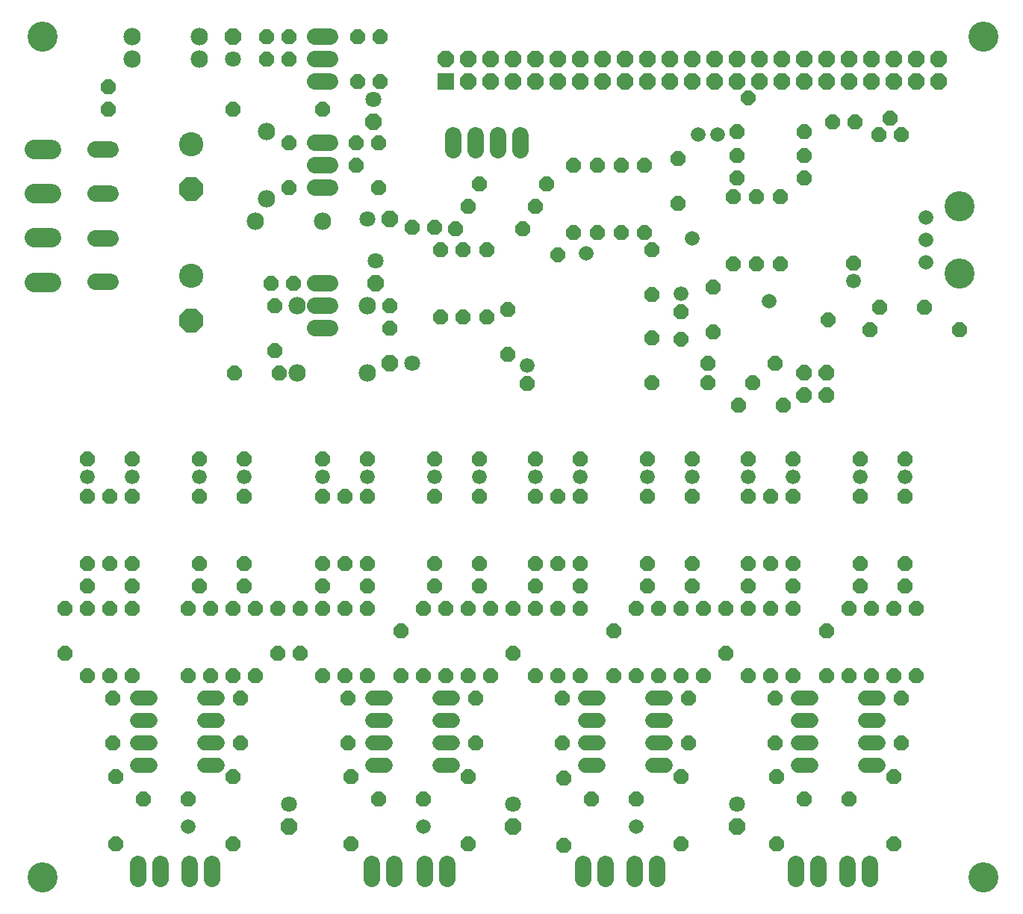
<source format=gbs>
G75*
%MOIN*%
%OFA0B0*%
%FSLAX25Y25*%
%IPPOS*%
%LPD*%
%AMOC8*
5,1,8,0,0,1.08239X$1,22.5*
%
%ADD10C,0.13398*%
%ADD11OC8,0.06600*%
%ADD12C,0.06600*%
%ADD13C,0.06600*%
%ADD14C,0.07400*%
%ADD15C,0.10800*%
%ADD16OC8,0.10800*%
%ADD17C,0.07731*%
%ADD18OC8,0.07100*%
%ADD19C,0.07100*%
%ADD20OC8,0.07000*%
%ADD21C,0.06550*%
%ADD22C,0.07337*%
%ADD23R,0.07400X0.07400*%
%ADD24OC8,0.07400*%
%ADD25C,0.08600*%
%ADD26OC8,0.06550*%
D10*
X0016000Y0027102D03*
X0016000Y0402102D03*
X0425375Y0326477D03*
X0425375Y0296477D03*
X0436000Y0402102D03*
X0436000Y0027102D03*
D11*
X0396000Y0042102D03*
X0376000Y0062102D03*
X0356000Y0062102D03*
X0343500Y0072102D03*
X0342875Y0087102D03*
X0342875Y0107102D03*
X0341000Y0117102D03*
X0351000Y0117102D03*
X0366000Y0117102D03*
X0376000Y0117102D03*
X0386000Y0117102D03*
X0396000Y0117102D03*
X0406000Y0117102D03*
X0399125Y0107102D03*
X0399125Y0087102D03*
X0396000Y0072102D03*
X0343500Y0042102D03*
X0301000Y0042102D03*
X0281000Y0062102D03*
X0301000Y0072102D03*
X0304125Y0087102D03*
X0304125Y0107102D03*
X0301000Y0117102D03*
X0291000Y0117102D03*
X0281000Y0117102D03*
X0271000Y0117102D03*
X0256000Y0117102D03*
X0246000Y0117102D03*
X0236000Y0117102D03*
X0247875Y0107102D03*
X0247875Y0087102D03*
X0248500Y0071477D03*
X0261000Y0062102D03*
X0248500Y0041477D03*
X0206000Y0042102D03*
X0186000Y0062102D03*
X0166000Y0062102D03*
X0153500Y0072102D03*
X0152250Y0087102D03*
X0152250Y0107102D03*
X0151000Y0117102D03*
X0141000Y0117102D03*
X0131000Y0127102D03*
X0121000Y0127102D03*
X0111000Y0117102D03*
X0104125Y0107102D03*
X0101000Y0117102D03*
X0091000Y0117102D03*
X0081000Y0117102D03*
X0056000Y0117102D03*
X0047250Y0107102D03*
X0046000Y0117102D03*
X0036000Y0117102D03*
X0026000Y0127102D03*
X0026000Y0147102D03*
X0036000Y0147102D03*
X0046000Y0147102D03*
X0036000Y0157102D03*
X0036000Y0167102D03*
X0046000Y0167102D03*
X0056000Y0167102D03*
X0056000Y0157102D03*
X0056000Y0147102D03*
X0081000Y0147102D03*
X0091000Y0147102D03*
X0101000Y0147102D03*
X0106000Y0157102D03*
X0106000Y0167102D03*
X0111000Y0147102D03*
X0121000Y0147102D03*
X0131000Y0147102D03*
X0141000Y0147102D03*
X0151000Y0147102D03*
X0161000Y0147102D03*
X0161000Y0157102D03*
X0161000Y0167102D03*
X0151000Y0167102D03*
X0141000Y0167102D03*
X0141000Y0157102D03*
X0176000Y0137102D03*
X0186000Y0147102D03*
X0196000Y0147102D03*
X0206000Y0147102D03*
X0216000Y0147102D03*
X0211000Y0157102D03*
X0211000Y0167102D03*
X0191000Y0167102D03*
X0191000Y0157102D03*
X0226000Y0147102D03*
X0236000Y0147102D03*
X0246000Y0147102D03*
X0256000Y0147102D03*
X0256000Y0157102D03*
X0256000Y0167102D03*
X0246000Y0167102D03*
X0236000Y0167102D03*
X0236000Y0157102D03*
X0226000Y0127102D03*
X0216000Y0117102D03*
X0206000Y0117102D03*
X0196000Y0117102D03*
X0186000Y0117102D03*
X0176000Y0117102D03*
X0161000Y0117102D03*
X0206000Y0072102D03*
X0209125Y0087102D03*
X0209125Y0107102D03*
X0271000Y0137102D03*
X0281000Y0147102D03*
X0291000Y0147102D03*
X0301000Y0147102D03*
X0311000Y0147102D03*
X0321000Y0147102D03*
X0331000Y0147102D03*
X0331000Y0157102D03*
X0331000Y0167102D03*
X0341000Y0167102D03*
X0351000Y0167102D03*
X0351000Y0157102D03*
X0351000Y0147102D03*
X0341000Y0147102D03*
X0366000Y0137102D03*
X0376000Y0147102D03*
X0386000Y0147102D03*
X0381000Y0157102D03*
X0381000Y0167102D03*
X0396000Y0147102D03*
X0406000Y0147102D03*
X0401000Y0157102D03*
X0401000Y0167102D03*
X0401000Y0197102D03*
X0401000Y0213602D03*
X0381000Y0213602D03*
X0381000Y0197102D03*
X0351000Y0197102D03*
X0341000Y0197102D03*
X0331000Y0197102D03*
X0331000Y0213602D03*
X0351000Y0213602D03*
X0346625Y0237727D03*
X0332875Y0247727D03*
X0326625Y0237727D03*
X0312875Y0247727D03*
X0312875Y0256477D03*
X0315375Y0270227D03*
X0301000Y0279352D03*
X0287875Y0287102D03*
X0287875Y0267727D03*
X0287875Y0247727D03*
X0286000Y0213602D03*
X0286000Y0197102D03*
X0306000Y0197102D03*
X0306000Y0213602D03*
X0342875Y0256477D03*
X0315375Y0290227D03*
X0324125Y0300852D03*
X0334750Y0300852D03*
X0345375Y0300852D03*
X0345375Y0330852D03*
X0356000Y0338977D03*
X0356000Y0348977D03*
X0356000Y0359602D03*
X0368500Y0363977D03*
X0378500Y0363977D03*
X0389125Y0358352D03*
X0394125Y0365852D03*
X0399125Y0358352D03*
X0377875Y0301102D03*
X0389750Y0281477D03*
X0385375Y0271477D03*
X0409750Y0281477D03*
X0425375Y0271477D03*
X0334750Y0330852D03*
X0324125Y0330852D03*
X0326000Y0338977D03*
X0326000Y0348977D03*
X0326000Y0359602D03*
X0299750Y0347727D03*
X0284750Y0344602D03*
X0274125Y0344602D03*
X0263500Y0344602D03*
X0252875Y0344602D03*
X0241000Y0336477D03*
X0236000Y0326477D03*
X0230375Y0316477D03*
X0214125Y0307102D03*
X0203500Y0307102D03*
X0193500Y0307102D03*
X0191000Y0317102D03*
X0200375Y0316477D03*
X0206000Y0326477D03*
X0211000Y0336477D03*
X0181000Y0317102D03*
X0166000Y0334602D03*
X0156000Y0344602D03*
X0156000Y0354602D03*
X0166000Y0354602D03*
X0166625Y0382102D03*
X0156625Y0382102D03*
X0141000Y0369602D03*
X0126000Y0354602D03*
X0126000Y0334602D03*
X0101000Y0369602D03*
X0116000Y0392102D03*
X0126000Y0392102D03*
X0126000Y0402102D03*
X0116000Y0402102D03*
X0156625Y0402102D03*
X0166625Y0402102D03*
X0252875Y0314602D03*
X0263500Y0314602D03*
X0274125Y0314602D03*
X0284750Y0314602D03*
X0287875Y0307102D03*
X0299750Y0327727D03*
X0223500Y0280227D03*
X0214125Y0277102D03*
X0203500Y0277102D03*
X0193500Y0277102D03*
X0171000Y0272102D03*
X0171000Y0282102D03*
X0127875Y0292102D03*
X0117875Y0292102D03*
X0119750Y0282102D03*
X0119750Y0262102D03*
X0121625Y0252102D03*
X0101625Y0252102D03*
X0106000Y0213602D03*
X0106000Y0197102D03*
X0086000Y0197102D03*
X0086000Y0213602D03*
X0056000Y0213602D03*
X0056000Y0197102D03*
X0046000Y0197102D03*
X0036000Y0197102D03*
X0036000Y0213602D03*
X0086000Y0167102D03*
X0086000Y0157102D03*
X0141000Y0197102D03*
X0151000Y0197102D03*
X0161000Y0197102D03*
X0161000Y0213602D03*
X0141000Y0213602D03*
X0191000Y0213602D03*
X0191000Y0197102D03*
X0211000Y0197102D03*
X0211000Y0213602D03*
X0236000Y0213602D03*
X0236000Y0197102D03*
X0246000Y0197102D03*
X0256000Y0197102D03*
X0256000Y0213602D03*
X0232250Y0247477D03*
X0223500Y0260227D03*
X0286000Y0167102D03*
X0286000Y0157102D03*
X0306000Y0157102D03*
X0306000Y0167102D03*
X0321000Y0127102D03*
X0311000Y0117102D03*
X0331000Y0117102D03*
X0153500Y0042102D03*
X0104125Y0087102D03*
X0101000Y0072102D03*
X0081000Y0062102D03*
X0061000Y0062102D03*
X0048500Y0072102D03*
X0047250Y0087102D03*
X0048500Y0042102D03*
X0101000Y0042102D03*
X0045375Y0369602D03*
X0045375Y0379602D03*
D12*
X0036000Y0205602D03*
X0056000Y0205602D03*
X0086000Y0205602D03*
X0106000Y0205602D03*
X0141000Y0205602D03*
X0161000Y0205602D03*
X0191000Y0205602D03*
X0211000Y0205602D03*
X0236000Y0205602D03*
X0256000Y0205602D03*
X0286000Y0205602D03*
X0306000Y0205602D03*
X0331000Y0205602D03*
X0351000Y0205602D03*
X0381000Y0205602D03*
X0401000Y0205602D03*
X0377875Y0293102D03*
X0301000Y0287352D03*
X0232250Y0255477D03*
D13*
X0258100Y0107102D02*
X0263900Y0107102D01*
X0263900Y0097102D02*
X0258100Y0097102D01*
X0258100Y0087102D02*
X0263900Y0087102D01*
X0263900Y0077102D02*
X0258100Y0077102D01*
X0288100Y0077102D02*
X0293900Y0077102D01*
X0293900Y0087102D02*
X0288100Y0087102D01*
X0288100Y0097102D02*
X0293900Y0097102D01*
X0293900Y0107102D02*
X0288100Y0107102D01*
X0353100Y0107102D02*
X0358900Y0107102D01*
X0358900Y0097102D02*
X0353100Y0097102D01*
X0353100Y0087102D02*
X0358900Y0087102D01*
X0358900Y0077102D02*
X0353100Y0077102D01*
X0383100Y0077102D02*
X0388900Y0077102D01*
X0388900Y0087102D02*
X0383100Y0087102D01*
X0383100Y0097102D02*
X0388900Y0097102D01*
X0388900Y0107102D02*
X0383100Y0107102D01*
X0198900Y0107102D02*
X0193100Y0107102D01*
X0193100Y0097102D02*
X0198900Y0097102D01*
X0198900Y0087102D02*
X0193100Y0087102D01*
X0193100Y0077102D02*
X0198900Y0077102D01*
X0168900Y0077102D02*
X0163100Y0077102D01*
X0163100Y0087102D02*
X0168900Y0087102D01*
X0168900Y0097102D02*
X0163100Y0097102D01*
X0163100Y0107102D02*
X0168900Y0107102D01*
X0093900Y0107102D02*
X0088100Y0107102D01*
X0088100Y0097102D02*
X0093900Y0097102D01*
X0093900Y0087102D02*
X0088100Y0087102D01*
X0088100Y0077102D02*
X0093900Y0077102D01*
X0063900Y0077102D02*
X0058100Y0077102D01*
X0058100Y0087102D02*
X0063900Y0087102D01*
X0063900Y0097102D02*
X0058100Y0097102D01*
X0058100Y0107102D02*
X0063900Y0107102D01*
D14*
X0137700Y0272102D02*
X0144300Y0272102D01*
X0144300Y0282102D02*
X0137700Y0282102D01*
X0137700Y0292102D02*
X0144300Y0292102D01*
X0144300Y0334602D02*
X0137700Y0334602D01*
X0137700Y0344602D02*
X0144300Y0344602D01*
X0144300Y0354602D02*
X0137700Y0354602D01*
X0137700Y0382102D02*
X0144300Y0382102D01*
X0144300Y0392102D02*
X0137700Y0392102D01*
X0137700Y0402102D02*
X0144300Y0402102D01*
X0199125Y0357902D02*
X0199125Y0351302D01*
X0209125Y0351302D02*
X0209125Y0357902D01*
X0219125Y0357902D02*
X0219125Y0351302D01*
X0229125Y0351302D02*
X0229125Y0357902D01*
X0046175Y0351630D02*
X0039575Y0351630D01*
X0039575Y0331930D02*
X0046175Y0331930D01*
X0046175Y0312130D02*
X0039575Y0312130D01*
X0039575Y0292530D02*
X0046175Y0292530D01*
D15*
X0082250Y0295227D03*
X0082250Y0353977D03*
D16*
X0082250Y0333977D03*
X0082250Y0275227D03*
D17*
X0111000Y0319602D03*
X0116000Y0329602D03*
X0141000Y0319602D03*
X0129750Y0282102D03*
X0161000Y0282102D03*
X0161000Y0252102D03*
X0129750Y0252102D03*
X0116000Y0359602D03*
X0086000Y0392102D03*
X0086000Y0402102D03*
X0056000Y0402102D03*
X0056000Y0392102D03*
D18*
X0101000Y0402102D03*
X0163500Y0363977D03*
X0171000Y0320852D03*
X0164750Y0292102D03*
X0171000Y0256477D03*
X0126000Y0049602D03*
X0226000Y0049602D03*
X0326000Y0049602D03*
D19*
X0326000Y0059602D03*
X0226000Y0059602D03*
X0126000Y0059602D03*
X0181000Y0256477D03*
X0164750Y0302102D03*
X0161000Y0320852D03*
X0163500Y0373977D03*
X0101000Y0392102D03*
D20*
X0356000Y0252102D03*
X0356000Y0242102D03*
X0366000Y0242102D03*
X0366000Y0252102D03*
D21*
X0340375Y0283977D03*
X0306000Y0312102D03*
X0308500Y0358352D03*
X0317250Y0358352D03*
X0258500Y0305227D03*
X0410375Y0301477D03*
X0410375Y0311477D03*
X0410375Y0321477D03*
X0281000Y0049602D03*
X0186000Y0049602D03*
X0081000Y0049602D03*
D22*
X0081625Y0032871D02*
X0081625Y0026334D01*
X0091625Y0026334D02*
X0091625Y0032871D01*
X0068500Y0032871D02*
X0068500Y0026334D01*
X0058500Y0026334D02*
X0058500Y0032871D01*
X0162875Y0032871D02*
X0162875Y0026334D01*
X0172875Y0026334D02*
X0172875Y0032871D01*
X0186625Y0032871D02*
X0186625Y0026334D01*
X0196625Y0026334D02*
X0196625Y0032871D01*
X0257250Y0032871D02*
X0257250Y0026334D01*
X0267250Y0026334D02*
X0267250Y0032871D01*
X0280375Y0032871D02*
X0280375Y0026334D01*
X0290375Y0026334D02*
X0290375Y0032871D01*
X0352250Y0032871D02*
X0352250Y0026334D01*
X0362250Y0026334D02*
X0362250Y0032871D01*
X0375375Y0032871D02*
X0375375Y0026334D01*
X0385375Y0026334D02*
X0385375Y0032871D01*
D23*
X0196000Y0382102D03*
D24*
X0206000Y0382102D03*
X0216000Y0382102D03*
X0216000Y0392102D03*
X0206000Y0392102D03*
X0196000Y0392102D03*
X0226000Y0392102D03*
X0226000Y0382102D03*
X0236000Y0382102D03*
X0246000Y0382102D03*
X0256000Y0382102D03*
X0266000Y0382102D03*
X0276000Y0382102D03*
X0276000Y0392102D03*
X0266000Y0392102D03*
X0256000Y0392102D03*
X0246000Y0392102D03*
X0236000Y0392102D03*
X0286000Y0392102D03*
X0286000Y0382102D03*
X0296000Y0382102D03*
X0306000Y0382102D03*
X0316000Y0382102D03*
X0326000Y0382102D03*
X0336000Y0382102D03*
X0336000Y0392102D03*
X0326000Y0392102D03*
X0316000Y0392102D03*
X0306000Y0392102D03*
X0296000Y0392102D03*
X0346000Y0392102D03*
X0346000Y0382102D03*
X0356000Y0382102D03*
X0366000Y0382102D03*
X0376000Y0382102D03*
X0386000Y0382102D03*
X0386000Y0392102D03*
X0376000Y0392102D03*
X0366000Y0392102D03*
X0356000Y0392102D03*
X0396000Y0392102D03*
X0396000Y0382102D03*
X0406000Y0382102D03*
X0416000Y0382102D03*
X0416000Y0392102D03*
X0406000Y0392102D03*
D25*
X0019900Y0351702D02*
X0012100Y0351702D01*
X0012100Y0331902D02*
X0019900Y0331902D01*
X0019900Y0312302D02*
X0012100Y0312302D01*
X0012100Y0292502D02*
X0019900Y0292502D01*
D26*
X0246000Y0304602D03*
X0301000Y0267102D03*
X0366625Y0275852D03*
X0331000Y0374602D03*
M02*

</source>
